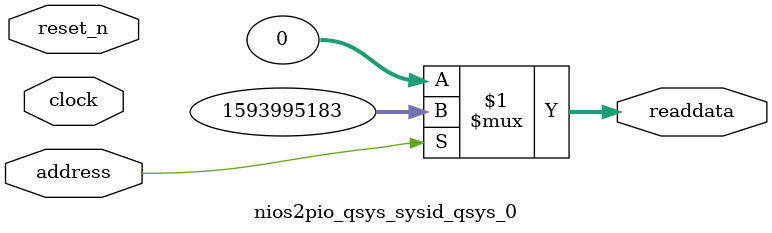
<source format=v>



// synthesis translate_off
`timescale 1ns / 1ps
// synthesis translate_on

// turn off superfluous verilog processor warnings 
// altera message_level Level1 
// altera message_off 10034 10035 10036 10037 10230 10240 10030 

module nios2pio_qsys_sysid_qsys_0 (
               // inputs:
                address,
                clock,
                reset_n,

               // outputs:
                readdata
             )
;

  output  [ 31: 0] readdata;
  input            address;
  input            clock;
  input            reset_n;

  wire    [ 31: 0] readdata;
  //control_slave, which is an e_avalon_slave
  assign readdata = address ? 1593995183 : 0;

endmodule



</source>
